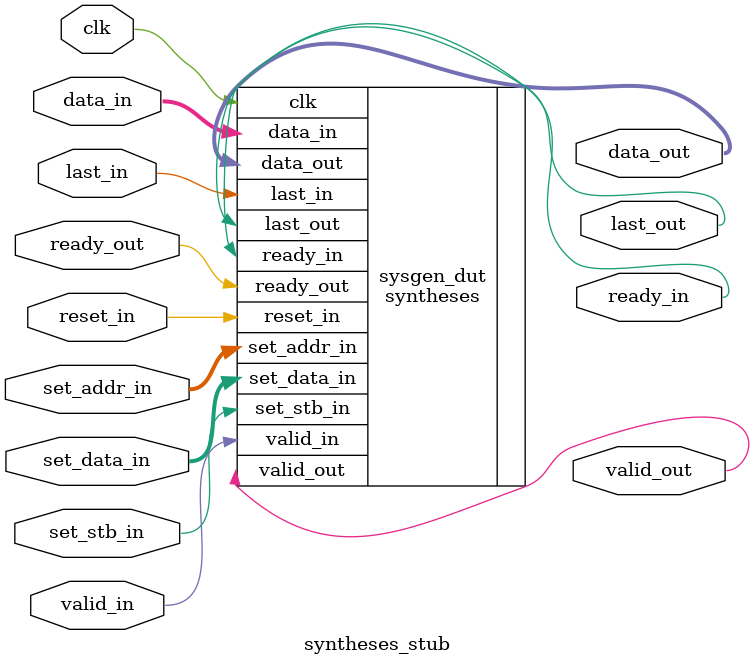
<source format=v>
`timescale 1 ns / 10 ps
module syntheses_stub (
  input [32-1:0] data_in,
  input [1-1:0] last_in,
  input [1-1:0] reset_in,
  input [8-1:0] set_addr_in,
  input [32-1:0] set_data_in,
  input [1-1:0] set_stb_in,
  input [1-1:0] valid_in,
  input [1-1:0] ready_out,
  input clk,
  output [1-1:0] ready_in,
  output [32-1:0] data_out,
  output [1-1:0] last_out,
  output [1-1:0] valid_out
);
  syntheses sysgen_dut (
    .data_in(data_in),
    .last_in(last_in),
    .reset_in(reset_in),
    .set_addr_in(set_addr_in),
    .set_data_in(set_data_in),
    .set_stb_in(set_stb_in),
    .valid_in(valid_in),
    .ready_out(ready_out),
    .clk(clk),
    .ready_in(ready_in),
    .data_out(data_out),
    .last_out(last_out),
    .valid_out(valid_out)
  );
endmodule

</source>
